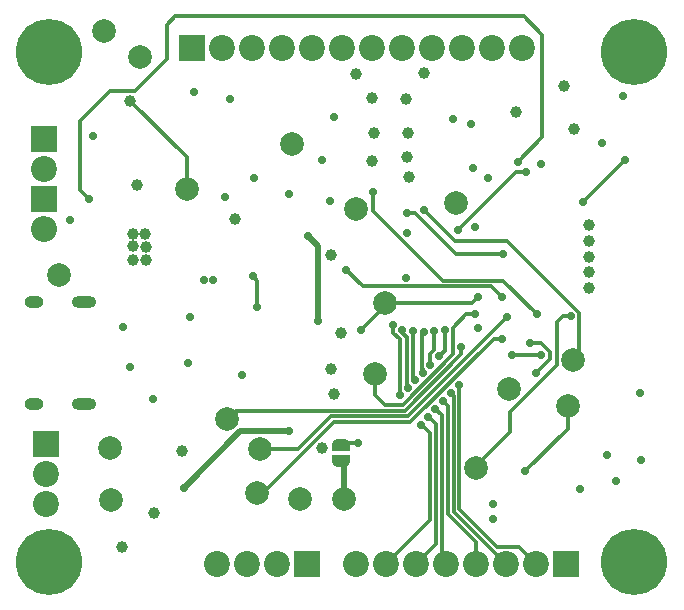
<source format=gbl>
G04 #@! TF.GenerationSoftware,KiCad,Pcbnew,7.0.7*
G04 #@! TF.CreationDate,2024-09-25T18:01:08-07:00*
G04 #@! TF.ProjectId,LAF Board Proto V1.0,4c414620-426f-4617-9264-2050726f746f,rev?*
G04 #@! TF.SameCoordinates,Original*
G04 #@! TF.FileFunction,Copper,L4,Bot*
G04 #@! TF.FilePolarity,Positive*
%FSLAX46Y46*%
G04 Gerber Fmt 4.6, Leading zero omitted, Abs format (unit mm)*
G04 Created by KiCad (PCBNEW 7.0.7) date 2024-09-25 18:01:08*
%MOMM*%
%LPD*%
G01*
G04 APERTURE LIST*
G04 Aperture macros list*
%AMFreePoly0*
4,1,19,0.500000,-0.750000,0.000000,-0.750000,0.000000,-0.744911,-0.071157,-0.744911,-0.207708,-0.704816,-0.327430,-0.627875,-0.420627,-0.520320,-0.479746,-0.390866,-0.500000,-0.250000,-0.500000,0.250000,-0.479746,0.390866,-0.420627,0.520320,-0.327430,0.627875,-0.207708,0.704816,-0.071157,0.744911,0.000000,0.744911,0.000000,0.750000,0.500000,0.750000,0.500000,-0.750000,0.500000,-0.750000,
$1*%
%AMFreePoly1*
4,1,19,0.000000,0.744911,0.071157,0.744911,0.207708,0.704816,0.327430,0.627875,0.420627,0.520320,0.479746,0.390866,0.500000,0.250000,0.500000,-0.250000,0.479746,-0.390866,0.420627,-0.520320,0.327430,-0.627875,0.207708,-0.704816,0.071157,-0.744911,0.000000,-0.744911,0.000000,-0.750000,-0.500000,-0.750000,-0.500000,0.750000,0.000000,0.750000,0.000000,0.744911,0.000000,0.744911,
$1*%
G04 Aperture macros list end*
G04 #@! TA.AperFunction,ComponentPad*
%ADD10R,2.200000X2.200000*%
G04 #@! TD*
G04 #@! TA.AperFunction,ComponentPad*
%ADD11C,2.200000*%
G04 #@! TD*
G04 #@! TA.AperFunction,ComponentPad*
%ADD12C,5.600000*%
G04 #@! TD*
G04 #@! TA.AperFunction,ComponentPad*
%ADD13O,2.100000X1.000000*%
G04 #@! TD*
G04 #@! TA.AperFunction,ComponentPad*
%ADD14O,1.600000X1.000000*%
G04 #@! TD*
G04 #@! TA.AperFunction,ComponentPad*
%ADD15C,2.000000*%
G04 #@! TD*
G04 #@! TA.AperFunction,ComponentPad*
%ADD16O,2.200000X2.200000*%
G04 #@! TD*
G04 #@! TA.AperFunction,SMDPad,CuDef*
%ADD17FreePoly0,90.000000*%
G04 #@! TD*
G04 #@! TA.AperFunction,SMDPad,CuDef*
%ADD18FreePoly1,90.000000*%
G04 #@! TD*
G04 #@! TA.AperFunction,ViaPad*
%ADD19C,1.000000*%
G04 #@! TD*
G04 #@! TA.AperFunction,ViaPad*
%ADD20C,0.700000*%
G04 #@! TD*
G04 #@! TA.AperFunction,Conductor*
%ADD21C,0.300000*%
G04 #@! TD*
G04 #@! TA.AperFunction,Conductor*
%ADD22C,0.500000*%
G04 #@! TD*
G04 APERTURE END LIST*
D10*
X72930000Y-72530000D03*
D11*
X70390000Y-72530000D03*
X67850000Y-72530000D03*
X65310000Y-72530000D03*
X62770000Y-72530000D03*
X60230000Y-72530000D03*
X57690000Y-72530000D03*
X55150000Y-72530000D03*
D10*
X51050000Y-72520000D03*
D11*
X48510000Y-72520000D03*
X45970000Y-72520000D03*
X43430000Y-72520000D03*
X28910000Y-67460000D03*
X28910000Y-64920000D03*
D10*
X28910000Y-62380000D03*
D12*
X29210000Y-29210000D03*
X29210000Y-72390000D03*
D13*
X32120000Y-50350000D03*
D14*
X27940000Y-50350000D03*
D13*
X32120000Y-58990000D03*
D14*
X27940000Y-58990000D03*
D12*
X78740000Y-29210000D03*
X78740000Y-72380000D03*
D15*
X73540000Y-55260000D03*
X34410000Y-67130000D03*
X34370000Y-62680000D03*
X46810000Y-66500000D03*
X30010000Y-48060000D03*
D16*
X28790000Y-44160000D03*
D10*
X28790000Y-41620000D03*
D11*
X28790000Y-39080000D03*
D10*
X28790000Y-36540000D03*
D15*
X33860000Y-27360000D03*
X73090000Y-59160000D03*
X54170000Y-67000000D03*
X36880000Y-29630000D03*
D10*
X41260000Y-28850000D03*
D11*
X43800000Y-28850000D03*
X46340000Y-28850000D03*
X48880000Y-28850000D03*
X51420000Y-28850000D03*
X53960000Y-28850000D03*
X56500000Y-28850000D03*
X59040000Y-28850000D03*
X61580000Y-28850000D03*
X64120000Y-28850000D03*
X66660000Y-28850000D03*
X69200000Y-28850000D03*
D15*
X49750000Y-36960000D03*
X50450000Y-67000000D03*
X55190000Y-42440001D03*
X56810000Y-56400000D03*
X44280000Y-60270000D03*
X68090000Y-57670000D03*
X65330000Y-64400000D03*
X40840000Y-40770000D03*
D17*
X53890000Y-63777501D03*
D18*
X53890000Y-62477501D03*
D15*
X63670000Y-41940000D03*
X57640000Y-50440000D03*
X47070000Y-62810000D03*
D19*
X36080000Y-33330000D03*
X56540000Y-38380000D03*
D20*
X44100000Y-41490000D03*
X42320000Y-48480000D03*
X65540000Y-52550000D03*
X76400000Y-63320000D03*
D19*
X74940000Y-46510000D03*
X74940000Y-49160000D03*
D20*
X44480000Y-33140000D03*
D19*
X53280000Y-58170000D03*
X35340000Y-71050000D03*
X52280000Y-62740000D03*
D20*
X32930001Y-36330000D03*
X52940000Y-41750000D03*
X41490000Y-32569999D03*
X59395450Y-48295318D03*
D19*
X74940000Y-45185000D03*
X56508284Y-33058767D03*
X59609106Y-36054748D03*
X72810000Y-32080000D03*
X59439380Y-33116796D03*
D20*
X65050000Y-39000000D03*
X30930000Y-43390000D03*
X79250000Y-58081251D03*
X36051486Y-55881110D03*
D19*
X68690000Y-34260000D03*
X59640000Y-39800000D03*
D20*
X65260000Y-43989500D03*
X45550000Y-56500000D03*
X41160000Y-51580000D03*
X40980000Y-55517500D03*
X63350000Y-34830000D03*
D19*
X74940000Y-47835000D03*
D20*
X49540000Y-41240000D03*
D19*
X56660000Y-36010000D03*
D20*
X35460000Y-52470000D03*
D19*
X40470000Y-62990000D03*
D20*
X43070000Y-48500000D03*
D19*
X59485500Y-38080000D03*
X53035001Y-46390318D03*
X44910000Y-43300000D03*
X53090000Y-56020000D03*
X55200000Y-31000000D03*
X74940000Y-43860000D03*
D20*
X46499016Y-39880000D03*
D19*
X60920000Y-30990000D03*
D20*
X76000000Y-36840000D03*
D19*
X36610000Y-40400000D03*
X38050000Y-68250000D03*
X53870000Y-52940000D03*
D20*
X66790000Y-68700000D03*
X53330000Y-34710000D03*
X66350000Y-39850000D03*
X70800000Y-38670000D03*
X64910000Y-35280000D03*
X77790000Y-32909999D03*
X37970000Y-58570000D03*
X79270000Y-63681251D03*
D19*
X73670000Y-35660000D03*
D20*
X59530000Y-44500000D03*
D19*
X37350000Y-44550000D03*
D20*
X74100000Y-66145000D03*
D19*
X37400000Y-45650000D03*
X36300000Y-46750000D03*
X37400000Y-46750000D03*
D20*
X66790000Y-67410000D03*
X52290000Y-38280000D03*
D19*
X36300000Y-45640000D03*
D20*
X77150000Y-65510000D03*
D19*
X36300000Y-44550000D03*
D20*
X69540000Y-39330000D03*
X63790000Y-44230000D03*
X51950000Y-51930000D03*
X49520000Y-61300000D03*
X51120000Y-44760000D03*
X40570000Y-66110000D03*
X54340000Y-47640000D03*
X67530000Y-49920000D03*
X46450000Y-48170000D03*
X46825813Y-50790863D03*
X55310000Y-62320000D03*
X67960000Y-51610000D03*
X32570000Y-41660000D03*
X68850000Y-38480000D03*
X74400000Y-41850000D03*
X77920000Y-38340000D03*
X70410000Y-56360000D03*
X69880189Y-53830567D03*
X70470000Y-51379500D03*
X56640000Y-41010000D03*
X60922500Y-42560000D03*
X59450000Y-42790000D03*
X67650000Y-46270000D03*
X69510000Y-64670000D03*
X73340000Y-51550000D03*
X67570000Y-53441000D03*
X64095628Y-54125628D03*
X55580000Y-52710000D03*
X65520000Y-49900500D03*
X65290000Y-51400000D03*
X68420000Y-54840000D03*
X70850000Y-54840000D03*
X62696128Y-52740000D03*
X63923175Y-57343175D03*
X62225122Y-54941422D03*
X63230500Y-58085837D03*
X61800893Y-52827508D03*
X61464804Y-55701740D03*
X62533774Y-58732575D03*
X60901599Y-52846847D03*
X60828760Y-56337784D03*
X60002191Y-52833788D03*
X60192716Y-56973828D03*
X61897730Y-59368620D03*
X61303671Y-60044045D03*
X59106833Y-52747539D03*
X59556672Y-57609873D03*
X60716198Y-60725206D03*
X58920628Y-58245917D03*
X58338209Y-52280291D03*
D21*
X36080000Y-33330000D02*
X40840000Y-38090000D01*
X40840000Y-38090000D02*
X40840000Y-40770000D01*
X69540000Y-39330000D02*
X68690000Y-39330000D01*
X68690000Y-39330000D02*
X63790000Y-44230000D01*
D22*
X51950000Y-45590000D02*
X51950000Y-51930000D01*
X40570000Y-66060000D02*
X40570000Y-66110000D01*
X49520000Y-61300000D02*
X45330000Y-61300000D01*
X51120000Y-44760000D02*
X51950000Y-45590000D01*
X45330000Y-61300000D02*
X40570000Y-66060000D01*
D21*
X54340000Y-47640000D02*
X55730000Y-49030000D01*
X66640000Y-49030000D02*
X67530000Y-49920000D01*
X55730000Y-49030000D02*
X66640000Y-49030000D01*
D22*
X54170000Y-64057501D02*
X53890000Y-63777501D01*
X54170000Y-67000000D02*
X54170000Y-64057501D01*
D21*
X46825813Y-48545813D02*
X46450000Y-48170000D01*
X46825813Y-50790863D02*
X46825813Y-48545813D01*
X55310000Y-62320000D02*
X54047501Y-62320000D01*
X54047501Y-62320000D02*
X53890000Y-62477501D01*
X50300812Y-62810000D02*
X47070000Y-62810000D01*
X53080811Y-60030000D02*
X50300812Y-62810000D01*
X67960000Y-51610000D02*
X59540000Y-60030000D01*
X59540000Y-60030000D02*
X53080811Y-60030000D01*
X70960000Y-36370000D02*
X70960000Y-27700000D01*
X68850000Y-38480000D02*
X70960000Y-36370000D01*
X69390000Y-26130000D02*
X39870000Y-26130000D01*
X31800000Y-35030000D02*
X31800000Y-40890000D01*
X36470000Y-32460000D02*
X34370000Y-32460000D01*
X70960000Y-27700000D02*
X69390000Y-26130000D01*
X39870000Y-26130000D02*
X39140000Y-26860000D01*
X34370000Y-32460000D02*
X31800000Y-35030000D01*
X39140000Y-29790000D02*
X36470000Y-32460000D01*
X31800000Y-40890000D02*
X32570000Y-41660000D01*
X39140000Y-26860000D02*
X39140000Y-29790000D01*
X77910000Y-38340000D02*
X77920000Y-38340000D01*
X74400000Y-41850000D02*
X77910000Y-38340000D01*
X62570050Y-48530000D02*
X67620500Y-48530000D01*
X70830517Y-53830567D02*
X71570000Y-54570050D01*
X71570000Y-54570050D02*
X71570000Y-55200000D01*
X56640000Y-41010000D02*
X56640000Y-42599950D01*
X56640000Y-42599950D02*
X62570050Y-48530000D01*
X67620500Y-48530000D02*
X70470000Y-51379500D01*
X71570000Y-55200000D02*
X70410000Y-56360000D01*
X69880189Y-53830567D02*
X70830517Y-53830567D01*
X74040000Y-54760000D02*
X73540000Y-55260000D01*
X63572500Y-45210000D02*
X67989950Y-45210000D01*
X60922500Y-42560000D02*
X63572500Y-45210000D01*
X67989950Y-45210000D02*
X74040000Y-51260050D01*
X74040000Y-51260050D02*
X74040000Y-54760000D01*
X63642550Y-46270000D02*
X67650000Y-46270000D01*
X69510000Y-64670000D02*
X73090000Y-61090000D01*
X59450000Y-42790000D02*
X60162550Y-42790000D01*
X73090000Y-61090000D02*
X73090000Y-59160000D01*
X60162550Y-42790000D02*
X63642550Y-46270000D01*
X73340000Y-51550000D02*
X72670000Y-51550000D01*
X72670000Y-51550000D02*
X72190000Y-52030000D01*
X72190000Y-55660000D02*
X68170000Y-59680000D01*
X68170000Y-59680000D02*
X68170000Y-61350000D01*
X65330000Y-64190000D02*
X65330000Y-64400000D01*
X72190000Y-52030000D02*
X72190000Y-55660000D01*
X68170000Y-61350000D02*
X65330000Y-64190000D01*
X53287918Y-60530000D02*
X47317918Y-66500000D01*
X66836106Y-53441000D02*
X59747106Y-60530000D01*
X59747106Y-60530000D02*
X53287918Y-60530000D01*
X67570000Y-53441000D02*
X66836106Y-53441000D01*
X47317918Y-66500000D02*
X46810000Y-66500000D01*
X64095628Y-54125628D02*
X64095628Y-54767266D01*
X64095628Y-54767266D02*
X59332894Y-59530000D01*
X45020000Y-59530000D02*
X44280000Y-60270000D01*
X59332894Y-59530000D02*
X45020000Y-59530000D01*
X57640000Y-50440000D02*
X64980500Y-50440000D01*
X57640000Y-50650000D02*
X57640000Y-50440000D01*
X55580000Y-52710000D02*
X57640000Y-50650000D01*
X64980500Y-50440000D02*
X65520000Y-49900500D01*
X57590000Y-59030000D02*
X56810000Y-58250000D01*
X56810000Y-58250000D02*
X56810000Y-56400000D01*
X63395628Y-54760160D02*
X59125788Y-59030000D01*
X59125788Y-59030000D02*
X57590000Y-59030000D01*
X63395628Y-52504372D02*
X63395628Y-54760160D01*
X65290000Y-51400000D02*
X64500000Y-51400000D01*
X64500000Y-51400000D02*
X63395628Y-52504372D01*
X70850000Y-54840000D02*
X68420000Y-54840000D01*
X67107106Y-71080000D02*
X68940000Y-71080000D01*
X62225122Y-54941422D02*
X62696128Y-54470416D01*
X68940000Y-71080000D02*
X70390000Y-72530000D01*
X62696128Y-54470416D02*
X62696128Y-52740000D01*
X63923175Y-57343175D02*
X63930000Y-57350000D01*
X63930000Y-57350000D02*
X63930000Y-67902894D01*
X63930000Y-67902894D02*
X67107106Y-71080000D01*
X63230500Y-58085837D02*
X63430000Y-58285337D01*
X61464804Y-54712369D02*
X61800893Y-54376280D01*
X61464804Y-55701740D02*
X61464804Y-54712369D01*
X63430000Y-68110000D02*
X67850000Y-72530000D01*
X63430000Y-58285337D02*
X63430000Y-68110000D01*
X61800893Y-54376280D02*
X61800893Y-52827508D01*
X65310000Y-70697106D02*
X65310000Y-72530000D01*
X62533774Y-58732575D02*
X62930000Y-59128801D01*
X60828760Y-56337784D02*
X60828760Y-56055646D01*
X60764804Y-52983642D02*
X60901599Y-52846847D01*
X60828760Y-56055646D02*
X60764804Y-55991690D01*
X62930000Y-68317106D02*
X65310000Y-70697106D01*
X60764804Y-55991690D02*
X60764804Y-52983642D01*
X62930000Y-59128801D02*
X62930000Y-68317106D01*
X60192716Y-56973828D02*
X60002191Y-56783303D01*
X60002191Y-56783303D02*
X60002191Y-52833788D01*
X62430000Y-59900890D02*
X62430000Y-72190000D01*
X62430000Y-72190000D02*
X62770000Y-72530000D01*
X61897730Y-59368620D02*
X62430000Y-59900890D01*
X61930000Y-60670374D02*
X61930000Y-70830000D01*
X59492716Y-53314263D02*
X59106833Y-52928380D01*
X59492716Y-57545917D02*
X59492716Y-53314263D01*
X59556672Y-57609873D02*
X59492716Y-57545917D01*
X61370000Y-60110374D02*
X61930000Y-60670374D01*
X59106833Y-52928380D02*
X59106833Y-52747539D01*
X61930000Y-70830000D02*
X60230000Y-72530000D01*
X58856672Y-58181961D02*
X58856672Y-53487328D01*
X60716198Y-60725206D02*
X60735206Y-60725206D01*
X58338209Y-52968865D02*
X58338209Y-52280291D01*
X58920628Y-58245917D02*
X58856672Y-58181961D01*
X58856672Y-53487328D02*
X58338209Y-52968865D01*
X61430000Y-68790000D02*
X57690000Y-72530000D01*
X60735206Y-60725206D02*
X61430000Y-61420000D01*
X61430000Y-61420000D02*
X61430000Y-68790000D01*
M02*

</source>
